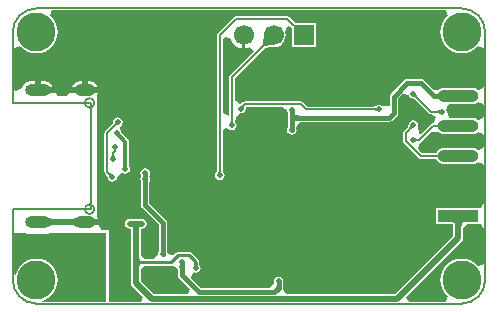
<source format=gbl>
G04*
G04 #@! TF.GenerationSoftware,Altium Limited,Altium Designer,18.1.9 (240)*
G04*
G04 Layer_Physical_Order=2*
G04 Layer_Color=16711680*
%FSLAX25Y25*%
%MOIN*%
G70*
G01*
G75*
%ADD10C,0.01000*%
%ADD13C,0.02000*%
%ADD15C,0.00600*%
%ADD18C,0.00500*%
%ADD28O,0.13780X0.04016*%
%ADD29R,0.13780X0.04016*%
%ADD63C,0.01500*%
%ADD64C,0.01200*%
%ADD66O,0.08661X0.03937*%
%ADD67O,0.07087X0.03937*%
%ADD68R,0.06693X0.06693*%
%ADD69C,0.06693*%
%ADD70C,0.01968*%
%ADD71C,0.12992*%
G36*
X93790Y93139D02*
X94012Y92950D01*
X94110Y92881D01*
X94199Y92828D01*
X94279Y92793D01*
X94351Y92775D01*
X94414Y92774D01*
X94468Y92790D01*
X94514Y92822D01*
X93678Y91986D01*
X93710Y92032D01*
X93726Y92086D01*
X93725Y92149D01*
X93707Y92221D01*
X93672Y92301D01*
X93619Y92390D01*
X93550Y92488D01*
X93464Y92595D01*
X93241Y92835D01*
X93665Y93259D01*
X93790Y93139D01*
D02*
G37*
G36*
X145060Y96000D02*
X144564Y95593D01*
X143678Y94513D01*
X143019Y93280D01*
X142613Y91942D01*
X142476Y90551D01*
X142613Y89160D01*
X143019Y87823D01*
X143678Y86590D01*
X144564Y85509D01*
X145645Y84623D01*
X146878Y83964D01*
X148215Y83558D01*
X149606Y83421D01*
X150997Y83558D01*
X152335Y83964D01*
X153568Y84623D01*
X154648Y85509D01*
X155000Y85938D01*
X157000Y85222D01*
Y72067D01*
X155968Y71483D01*
X155000Y71258D01*
X154697Y71491D01*
X154063Y71753D01*
X153382Y71843D01*
X143618D01*
X142937Y71753D01*
X142303Y71491D01*
X141758Y71073D01*
X140695Y71332D01*
X139787Y71660D01*
X136973Y74473D01*
X136527Y74772D01*
X136000Y74876D01*
X131500D01*
X130973Y74772D01*
X130527Y74473D01*
X126027Y69973D01*
X125728Y69527D01*
X125624Y69000D01*
Y66064D01*
X125399Y65859D01*
X125017Y65765D01*
X124305Y65755D01*
X123142Y65912D01*
X123142Y65912D01*
X122618Y66262D01*
X122000Y66385D01*
X122000Y66385D01*
X121799Y66344D01*
X121382Y66262D01*
X121382Y66262D01*
X120927Y65958D01*
X120847Y65926D01*
X120785Y65867D01*
X120740Y65828D01*
X120697Y65797D01*
X120659Y65773D01*
X120623Y65755D01*
X120591Y65741D01*
X120561Y65731D01*
X120532Y65725D01*
X120502Y65721D01*
X120443Y65718D01*
X120377Y65687D01*
X98111D01*
X96649Y67149D01*
X96351Y67348D01*
X96000Y67418D01*
X92200D01*
X92200Y67418D01*
X92200Y67418D01*
X89797Y67418D01*
X78481D01*
X77500Y67418D01*
X77466Y67411D01*
Y67411D01*
X77466Y67411D01*
X77466Y67411D01*
X77149Y67348D01*
X77104Y67318D01*
D01*
X76759Y67109D01*
X76759Y67109D01*
X75767Y66685D01*
X74369Y67480D01*
X73918Y67919D01*
Y75120D01*
X83788Y84991D01*
X83846Y85008D01*
X83960Y85101D01*
X84075Y85166D01*
X84251Y85237D01*
X84483Y85307D01*
X84771Y85368D01*
X85098Y85418D01*
X86438Y85503D01*
X86968Y85504D01*
X87007Y85520D01*
X88030Y85655D01*
X88990Y86053D01*
X89815Y86685D01*
X90447Y87510D01*
X90845Y88470D01*
X90980Y89500D01*
X90845Y90530D01*
X91312Y92299D01*
X91598Y92566D01*
X91768Y92541D01*
X92558Y92193D01*
X93037Y91881D01*
X93054Y91854D01*
Y85553D01*
X100946D01*
Y93446D01*
X94646D01*
X94619Y93463D01*
X94565Y93451D01*
X94514Y93472D01*
X94453Y93446D01*
X94434Y93446D01*
X94410Y93463D01*
X94226Y93620D01*
X94117Y93726D01*
X94043Y93755D01*
X93399Y94398D01*
Y94398D01*
X92149Y95649D01*
X92120Y95668D01*
X92120Y95668D01*
X91851Y95848D01*
X91534Y95911D01*
X91534Y95911D01*
X91500Y95918D01*
X89537Y95918D01*
X76463D01*
X75209Y95918D01*
X75209Y95918D01*
X75208D01*
X75208Y95918D01*
X74500Y95918D01*
X74500Y95918D01*
X74149Y95848D01*
X73880Y95668D01*
Y95668D01*
X73851Y95649D01*
X69739Y91537D01*
X68351Y90149D01*
X68332Y90120D01*
X68332Y90120D01*
X68152Y89851D01*
X68089Y89534D01*
X68089Y89534D01*
X68082Y89500D01*
X68082Y88814D01*
X68082Y88813D01*
X68082Y87537D01*
Y60028D01*
X68082Y58028D01*
X68082D01*
Y58028D01*
X68082D01*
Y46191D01*
X68045Y44207D01*
X68045Y44207D01*
X67843Y43892D01*
X67839Y43881D01*
X67508Y43357D01*
X67508Y43357D01*
X67508Y43357D01*
X67425Y42940D01*
X67424Y42937D01*
X67424Y42937D01*
X67385Y42739D01*
X67385Y42739D01*
X67508Y42121D01*
X67744Y41767D01*
X67858Y41597D01*
X67858Y41597D01*
X68320Y41288D01*
X68382Y41247D01*
X68568Y41210D01*
Y41210D01*
X68583Y41207D01*
X69000Y41124D01*
X69000Y41124D01*
X69618Y41247D01*
X69972Y41483D01*
X70142Y41597D01*
X70142Y41597D01*
X70492Y42121D01*
X70492Y42121D01*
X70532Y42322D01*
X70615Y42739D01*
X70615Y42739D01*
X70576Y42937D01*
X70492Y43357D01*
X70492Y43357D01*
X70492Y43357D01*
X70161Y43881D01*
X70157Y43892D01*
X70069Y44029D01*
X69955Y44207D01*
X69955Y44207D01*
X69918Y46191D01*
Y57631D01*
X70082Y57690D01*
X71551Y58217D01*
X71918Y58287D01*
X72320Y58018D01*
X72382Y57977D01*
X72382D01*
X73000Y57854D01*
X73000Y57854D01*
X73618Y57977D01*
X73618Y57977D01*
X73972Y58213D01*
X74142Y58327D01*
X74142Y58327D01*
X74492Y58851D01*
X74492Y58851D01*
X74532Y59052D01*
X74615Y59469D01*
X74615Y59469D01*
X74576Y59667D01*
X74576Y59667D01*
X74575Y59670D01*
X74492Y60087D01*
X74492Y60087D01*
X74492Y60088D01*
X74161Y60611D01*
X74157Y60622D01*
X74149Y60634D01*
X74300Y61663D01*
X74601Y62653D01*
X75918Y63401D01*
X76000Y63385D01*
X76618Y63508D01*
X77142Y63858D01*
X77492Y64382D01*
X77599Y64918D01*
X77634Y64997D01*
X77635Y65083D01*
X77640Y65142D01*
X77648Y65194D01*
X77658Y65239D01*
X77670Y65277D01*
X77683Y65309D01*
X77698Y65338D01*
X77714Y65363D01*
X77732Y65386D01*
X77760Y65418D01*
X77772Y65430D01*
Y65430D01*
X77797Y65499D01*
X77880Y65582D01*
X78814D01*
X89580Y65582D01*
X91385Y64524D01*
X91508Y63906D01*
X91624Y63732D01*
Y62143D01*
X91613Y62127D01*
X91624Y62075D01*
Y61925D01*
X91613Y61873D01*
X91624Y61857D01*
Y58792D01*
X91508Y58618D01*
X91508Y58618D01*
X91385Y58000D01*
X91385Y58000D01*
X91508Y57382D01*
X91744Y57028D01*
X91858Y56858D01*
X91858Y56858D01*
X92320Y56549D01*
X92382Y56508D01*
X92568Y56471D01*
Y56471D01*
X92583Y56468D01*
X93000Y56385D01*
X93000Y56385D01*
X93618Y56508D01*
X93972Y56744D01*
X94142Y56858D01*
X94142Y56858D01*
X94142Y56858D01*
X94492Y57382D01*
X94492Y57382D01*
X94532Y57583D01*
X94615Y58000D01*
X94615Y58000D01*
X94575Y58201D01*
X94492Y58618D01*
X94492Y58618D01*
X95377Y60252D01*
X95963Y60624D01*
X125500D01*
X126027Y60728D01*
X126473Y61027D01*
X127973Y62527D01*
X128272Y62973D01*
X128376Y63500D01*
Y68430D01*
X129992Y70045D01*
X130085Y70043D01*
X131973Y69394D01*
X132068Y69292D01*
X132358Y68858D01*
X132882Y68508D01*
X132882Y68508D01*
X133083Y68468D01*
X133418Y68401D01*
X133497Y68367D01*
X133583Y68365D01*
X133642Y68360D01*
X133694Y68352D01*
X133739Y68342D01*
X133777Y68330D01*
X133809Y68317D01*
X133837Y68302D01*
X133863Y68287D01*
X133886Y68269D01*
X133930Y68229D01*
X133999Y68204D01*
X137463Y64739D01*
X138851Y63351D01*
X138851Y63351D01*
X138880Y63332D01*
X138880Y63332D01*
X139149Y63152D01*
X139466Y63089D01*
X141023Y62152D01*
X140388Y60416D01*
X140199Y60128D01*
X140179Y60123D01*
X140179Y60123D01*
X139861Y60060D01*
X139593Y59881D01*
X139593Y59881D01*
X139564Y59861D01*
X138175Y58473D01*
X136118Y56416D01*
X135635Y56616D01*
X135387Y57051D01*
X134992Y58882D01*
X134992Y58882D01*
X135115Y59500D01*
X135115Y59500D01*
X135115Y59500D01*
X135075Y59701D01*
X134992Y60118D01*
X134642Y60642D01*
X134642Y60642D01*
X134118Y60992D01*
X134118Y60992D01*
X134045Y61007D01*
X134045Y61007D01*
X133917Y61032D01*
X133500Y61115D01*
X133500Y61115D01*
X133299Y61075D01*
X132882Y60992D01*
X132882Y60992D01*
X132358Y60642D01*
X132358Y60642D01*
X132008Y60118D01*
X132008Y60118D01*
X131993Y60045D01*
X131901Y59582D01*
X131867Y59503D01*
X131865Y59417D01*
X131860Y59358D01*
X131852Y59306D01*
X131842Y59261D01*
X131830Y59223D01*
X131817Y59191D01*
X131802Y59162D01*
X131786Y59137D01*
X131768Y59114D01*
X131728Y59070D01*
X131703Y59001D01*
X130351Y57649D01*
X130332Y57620D01*
X130332Y57620D01*
X130152Y57351D01*
X130089Y57034D01*
X130089Y57034D01*
X130082Y57000D01*
X130082Y55665D01*
X130082Y54331D01*
X130089Y54297D01*
X130089Y54297D01*
X130152Y53980D01*
X130152Y53979D01*
X130351Y53682D01*
X132124Y51909D01*
X132124D01*
X134081Y49952D01*
X135469Y48564D01*
X135469Y48564D01*
X135498Y48544D01*
X135498Y48544D01*
X135767Y48365D01*
X136084Y48302D01*
X136118Y48295D01*
X140958D01*
X141030Y48263D01*
X141140Y48261D01*
X141191Y48257D01*
X141340Y47897D01*
X141758Y47353D01*
X142303Y46935D01*
X142937Y46672D01*
X143618Y46582D01*
X153382D01*
X154063Y46672D01*
X154697Y46935D01*
X155000Y47167D01*
X155968Y46942D01*
X157000Y46359D01*
Y33402D01*
X155990Y31820D01*
X141010D01*
Y26605D01*
X146391D01*
X146432Y26583D01*
X146545Y26571D01*
X146566Y26564D01*
X146585Y26551D01*
X146619Y26514D01*
X146668Y26433D01*
X146723Y26297D01*
X146774Y26105D01*
X146815Y25859D01*
X146841Y25562D01*
X146851Y25200D01*
X146869Y25160D01*
Y22676D01*
X127324Y3131D01*
X91189D01*
X90960Y3329D01*
X90130Y4940D01*
X90125Y5131D01*
X90221Y5618D01*
X90099Y6236D01*
X90099Y6236D01*
X89983Y6410D01*
Y6708D01*
X90099Y6882D01*
X90221Y7500D01*
X90099Y8118D01*
X89748Y8642D01*
X89224Y8992D01*
X88606Y9115D01*
X87988Y8992D01*
X87464Y8642D01*
X87114Y8118D01*
X86991Y7500D01*
X87082Y7041D01*
X86129Y5446D01*
X85030Y5226D01*
X62703D01*
X59335Y8594D01*
X59386Y8820D01*
X60370Y10508D01*
X60370D01*
X60988Y10385D01*
X60988Y10385D01*
X61606Y10508D01*
X61606Y10508D01*
X61960Y10744D01*
X62130Y10858D01*
X62130Y10858D01*
X62480Y11382D01*
X62480Y11382D01*
X62520Y11583D01*
X62603Y12000D01*
X62603Y12000D01*
X62563Y12201D01*
X62480Y12618D01*
X62480Y12618D01*
X62193Y13048D01*
X62191Y13054D01*
X62189Y13065D01*
X62187Y13088D01*
X62182Y13096D01*
X62181Y13105D01*
X62172Y13118D01*
X62171Y13121D01*
X62164Y13142D01*
X62157Y13177D01*
X62151Y13217D01*
X62139Y13363D01*
X62137Y13450D01*
X62110Y13514D01*
Y13974D01*
X62024Y14403D01*
X61781Y14767D01*
X61781Y14767D01*
X59671Y16877D01*
X59307Y17120D01*
X58877Y17206D01*
X58877Y17206D01*
X55084D01*
X55084Y17206D01*
X54655Y17120D01*
X54291Y16877D01*
X53568Y16154D01*
X52795Y16291D01*
X51527Y16942D01*
X51492Y17118D01*
X51376Y17292D01*
Y26987D01*
X51376Y26987D01*
X51272Y27514D01*
X50973Y27960D01*
X50973Y27960D01*
X45551Y33382D01*
Y40708D01*
X45667Y40882D01*
X45790Y41500D01*
X45667Y42118D01*
X45551Y42292D01*
Y42708D01*
X45667Y42882D01*
X45790Y43500D01*
X45667Y44118D01*
X45317Y44642D01*
X44793Y44992D01*
X44175Y45115D01*
X43557Y44992D01*
X43033Y44642D01*
X42682Y44118D01*
X42559Y43500D01*
X42682Y42882D01*
X42798Y42708D01*
Y42292D01*
X42682Y42118D01*
X42559Y41500D01*
X42682Y40882D01*
X42798Y40708D01*
Y32812D01*
X42903Y32285D01*
X43202Y31839D01*
X48624Y26417D01*
Y17292D01*
X48508Y17118D01*
X48385Y16500D01*
X47047Y15056D01*
X46814Y14924D01*
X43936D01*
X43870Y14952D01*
X42645Y16374D01*
X42631Y16400D01*
Y24987D01*
X43000D01*
X43624Y25112D01*
X44153Y25465D01*
X44507Y25995D01*
X44631Y26619D01*
X44507Y27243D01*
X44153Y27772D01*
X43624Y28126D01*
X43000Y28250D01*
X39000D01*
X38376Y28126D01*
X37846Y27772D01*
X37493Y27243D01*
X37369Y26619D01*
X37493Y25995D01*
X37846Y25465D01*
X38376Y25112D01*
X39000Y24987D01*
X39369D01*
Y13900D01*
X39355Y13874D01*
X39369Y13826D01*
Y13780D01*
X39355Y13731D01*
X39369Y13705D01*
Y7000D01*
X39493Y6376D01*
X39847Y5847D01*
X43345Y2348D01*
X42580Y500D01*
X32000D01*
Y24500D01*
X29732D01*
X29377Y24791D01*
X28483Y26489D01*
X28519Y26764D01*
X24016D01*
Y27764D01*
X28519D01*
X28483Y28039D01*
X28000Y29487D01*
X28000Y29487D01*
X28000D01*
X28000Y29487D01*
Y69213D01*
X28000Y69213D01*
X28483Y70386D01*
X28483Y70386D01*
X28519Y70661D01*
X24016D01*
X19099D01*
X18303Y69516D01*
X17870Y69213D01*
X15201D01*
X14767Y69516D01*
X13971Y70661D01*
X8268D01*
Y71161D01*
X7768D01*
Y74155D01*
X5906D01*
X5131Y74054D01*
X4408Y73754D01*
X3788Y73279D01*
X3312Y72658D01*
X3013Y71936D01*
X1034Y71029D01*
X500Y71196D01*
Y85198D01*
X2500Y85914D01*
X2832Y85509D01*
X3913Y84623D01*
X5145Y83964D01*
X6483Y83558D01*
X7874Y83421D01*
X9265Y83558D01*
X10603Y83964D01*
X11835Y84623D01*
X12916Y85509D01*
X13803Y86590D01*
X14462Y87823D01*
X14867Y89160D01*
X15004Y90551D01*
X14867Y91942D01*
X14462Y93280D01*
X13803Y94513D01*
X12916Y95593D01*
X12420Y96000D01*
X13136Y98000D01*
X144344D01*
X145060Y96000D01*
D02*
G37*
G36*
X86967Y86154D02*
X86416Y86152D01*
X85029Y86065D01*
X84654Y86007D01*
X84323Y85936D01*
X84035Y85851D01*
X83792Y85752D01*
X83592Y85638D01*
X83436Y85511D01*
X83011Y85936D01*
X83139Y86092D01*
X83252Y86291D01*
X83351Y86535D01*
X83436Y86823D01*
X83507Y87154D01*
X83565Y87529D01*
X83637Y88410D01*
X83654Y89467D01*
X86967Y86154D01*
D02*
G37*
G36*
X77500Y85182D02*
X78135Y85265D01*
X79192Y85703D01*
X80286Y84083D01*
X73739Y77537D01*
X72806Y76604D01*
X72806Y76603D01*
X72351Y76149D01*
X72332Y76120D01*
X72332Y76120D01*
X72152Y75851D01*
X72089Y75534D01*
X72089Y75534D01*
X72082Y75500D01*
X72082Y74857D01*
X72082Y74856D01*
X72082Y73537D01*
Y62922D01*
X72076Y62585D01*
X71918Y62479D01*
X69918Y63542D01*
Y88119D01*
X70730Y88928D01*
X71962Y88672D01*
X72881Y88087D01*
X73203Y87308D01*
X73900Y86400D01*
X74808Y85703D01*
X75865Y85265D01*
X76500Y85182D01*
Y89500D01*
X77500D01*
Y85182D01*
D02*
G37*
G36*
X134486Y69884D02*
X134495Y69782D01*
X134510Y69684D01*
X134531Y69592D01*
X134559Y69503D01*
X134593Y69420D01*
X134633Y69341D01*
X134680Y69267D01*
X134733Y69197D01*
X134793Y69132D01*
X134368Y68708D01*
X134303Y68767D01*
X134233Y68821D01*
X134159Y68867D01*
X134080Y68908D01*
X133997Y68942D01*
X133909Y68969D01*
X133816Y68991D01*
X133719Y69006D01*
X133616Y69014D01*
X133510Y69016D01*
X134484Y69990D01*
X134486Y69884D01*
D02*
G37*
G36*
X142123Y67902D02*
X142105Y68009D01*
X142050Y68104D01*
X141958Y68188D01*
X141829Y68261D01*
X141664Y68322D01*
X141462Y68373D01*
X141224Y68412D01*
X140948Y68440D01*
X140287Y68463D01*
Y69963D01*
X140636Y69968D01*
X141224Y70013D01*
X141462Y70052D01*
X141664Y70103D01*
X141829Y70164D01*
X141958Y70237D01*
X142050Y70321D01*
X142105Y70416D01*
X142123Y70523D01*
Y67902D01*
D02*
G37*
G36*
X77293Y65868D02*
X77233Y65803D01*
X77180Y65733D01*
X77133Y65659D01*
X77093Y65580D01*
X77059Y65497D01*
X77031Y65409D01*
X77010Y65316D01*
X76995Y65219D01*
X76986Y65117D01*
X76984Y65010D01*
X76010Y65984D01*
X76117Y65986D01*
X76218Y65995D01*
X76316Y66010D01*
X76409Y66031D01*
X76497Y66059D01*
X76580Y66093D01*
X76659Y66133D01*
X76733Y66180D01*
X76803Y66233D01*
X76868Y66293D01*
X77293Y65868D01*
D02*
G37*
G36*
X121297Y64080D02*
X121220Y64154D01*
X121142Y64220D01*
X121063Y64279D01*
X120982Y64329D01*
X120900Y64372D01*
X120817Y64407D01*
X120733Y64434D01*
X120647Y64454D01*
X120560Y64465D01*
X120472Y64469D01*
Y65069D01*
X120560Y65073D01*
X120647Y65085D01*
X120733Y65104D01*
X120817Y65131D01*
X120900Y65166D01*
X120982Y65209D01*
X121063Y65260D01*
X121142Y65318D01*
X121220Y65384D01*
X121297Y65458D01*
Y64080D01*
D02*
G37*
G36*
X142297Y63311D02*
X142220Y63385D01*
X142142Y63451D01*
X142063Y63509D01*
X141982Y63560D01*
X141900Y63603D01*
X141817Y63638D01*
X141733Y63665D01*
X141647Y63684D01*
X141560Y63696D01*
X141472Y63700D01*
Y64300D01*
X141560Y64304D01*
X141647Y64316D01*
X141733Y64335D01*
X141817Y64362D01*
X141900Y64397D01*
X141982Y64440D01*
X142063Y64491D01*
X142142Y64549D01*
X142220Y64615D01*
X142297Y64689D01*
Y63311D01*
D02*
G37*
G36*
X155968Y66942D02*
X157000Y66359D01*
Y62067D01*
X155968Y61483D01*
X155000Y61258D01*
X154697Y61491D01*
X154063Y61753D01*
X153382Y61843D01*
X145870D01*
X145393Y62376D01*
X144584Y63843D01*
X144615Y64000D01*
X144492Y64618D01*
X145231Y66387D01*
X145402Y66582D01*
X153382D01*
X154063Y66672D01*
X154697Y66935D01*
X155000Y67167D01*
X155968Y66942D01*
D02*
G37*
G36*
X73304Y60909D02*
X73316Y60822D01*
X73335Y60736D01*
X73362Y60652D01*
X73397Y60569D01*
X73440Y60487D01*
X73491Y60406D01*
X73549Y60327D01*
X73615Y60249D01*
X73689Y60172D01*
X72311D01*
X72385Y60249D01*
X72451Y60327D01*
X72509Y60406D01*
X72560Y60487D01*
X72603Y60569D01*
X72638Y60652D01*
X72665Y60736D01*
X72684Y60822D01*
X72696Y60909D01*
X72700Y60997D01*
X73300D01*
X73304Y60909D01*
D02*
G37*
G36*
X93765Y63965D02*
X93810Y63710D01*
X93885Y63485D01*
X93990Y63290D01*
X94125Y63125D01*
X94290Y62990D01*
X94485Y62885D01*
X94710Y62810D01*
X94965Y62765D01*
X95250Y62750D01*
Y61250D01*
X94965Y61235D01*
X94710Y61190D01*
X94485Y61115D01*
X94290Y61010D01*
X94125Y60875D01*
X93990Y60710D01*
X93885Y60515D01*
X93810Y60290D01*
X93765Y60035D01*
X93750Y59750D01*
X92250Y62000D01*
X93750Y64250D01*
X93765Y63965D01*
D02*
G37*
G36*
X141717Y58617D02*
X141711Y58673D01*
X141691Y58723D01*
X141657Y58768D01*
X141610Y58806D01*
X141549Y58839D01*
X141475Y58865D01*
X141388Y58886D01*
X141287Y58901D01*
X141172Y58910D01*
X141044Y58913D01*
Y59513D01*
X141172Y59516D01*
X141287Y59524D01*
X141388Y59539D01*
X141475Y59560D01*
X141549Y59587D01*
X141610Y59619D01*
X141657Y59657D01*
X141691Y59702D01*
X141711Y59752D01*
X141717Y59808D01*
Y58617D01*
D02*
G37*
G36*
X133490Y58516D02*
X133384Y58514D01*
X133282Y58505D01*
X133184Y58490D01*
X133091Y58469D01*
X133003Y58441D01*
X132920Y58407D01*
X132841Y58367D01*
X132766Y58320D01*
X132697Y58267D01*
X132632Y58207D01*
X132207Y58632D01*
X132267Y58697D01*
X132320Y58767D01*
X132367Y58841D01*
X132407Y58920D01*
X132441Y59003D01*
X132469Y59091D01*
X132490Y59184D01*
X132505Y59281D01*
X132514Y59383D01*
X132516Y59490D01*
X133490Y58516D01*
D02*
G37*
G36*
X134280Y55115D02*
X134358Y55049D01*
X134437Y54991D01*
X134518Y54940D01*
X134600Y54898D01*
X134683Y54863D01*
X134767Y54835D01*
X134853Y54816D01*
X134940Y54804D01*
X135028Y54800D01*
Y54200D01*
X134940Y54196D01*
X134853Y54185D01*
X134767Y54165D01*
X134683Y54138D01*
X134600Y54103D01*
X134518Y54060D01*
X134437Y54010D01*
X134358Y53951D01*
X134280Y53885D01*
X134203Y53811D01*
Y55189D01*
X134280Y55115D01*
D02*
G37*
G36*
X142303Y56935D02*
X142937Y56672D01*
X143618Y56582D01*
X153382D01*
X154063Y56672D01*
X154697Y56935D01*
X155000Y57167D01*
X155968Y56942D01*
X157000Y56359D01*
Y52067D01*
X155968Y51483D01*
X155000Y51258D01*
X154697Y51491D01*
X154063Y51753D01*
X153382Y51843D01*
X143618D01*
X142937Y51753D01*
X142303Y51491D01*
X141758Y51073D01*
X141340Y50528D01*
X141191Y50168D01*
X141140Y50164D01*
X141030Y50162D01*
X140958Y50130D01*
X136498D01*
X135262Y51367D01*
X135070Y51908D01*
X135070Y51939D01*
X135263Y52678D01*
X135812Y53645D01*
X135852Y53653D01*
X136149Y53851D01*
X139474Y57176D01*
X139787Y57297D01*
X141758Y57353D01*
X142303Y56935D01*
D02*
G37*
G36*
X141717Y48617D02*
X141711Y48673D01*
X141691Y48724D01*
X141657Y48768D01*
X141610Y48806D01*
X141549Y48839D01*
X141475Y48865D01*
X141388Y48886D01*
X141287Y48901D01*
X141172Y48910D01*
X141044Y48913D01*
Y49513D01*
X141172Y49516D01*
X141287Y49524D01*
X141388Y49539D01*
X141475Y49560D01*
X141549Y49586D01*
X141610Y49619D01*
X141657Y49657D01*
X141691Y49702D01*
X141711Y49752D01*
X141717Y49808D01*
Y48617D01*
D02*
G37*
G36*
X69304Y44179D02*
X69316Y44092D01*
X69335Y44006D01*
X69362Y43922D01*
X69397Y43839D01*
X69440Y43757D01*
X69491Y43676D01*
X69549Y43597D01*
X69615Y43519D01*
X69689Y43442D01*
X68311D01*
X68385Y43519D01*
X68451Y43597D01*
X68509Y43676D01*
X68560Y43757D01*
X68603Y43839D01*
X68638Y43922D01*
X68665Y44006D01*
X68684Y44092D01*
X68696Y44179D01*
X68700Y44267D01*
X69300D01*
X69304Y44179D01*
D02*
G37*
G36*
X21454Y25555D02*
X21261Y25690D01*
X21050Y25810D01*
X20822Y25916D01*
X20577Y26008D01*
X20314Y26087D01*
X20034Y26150D01*
X19737Y26200D01*
X19423Y26235D01*
X18742Y26264D01*
Y28264D01*
X19091Y28271D01*
X19737Y28328D01*
X20034Y28377D01*
X20314Y28441D01*
X20577Y28519D01*
X20822Y28611D01*
X21050Y28717D01*
X21261Y28838D01*
X21454Y28973D01*
Y25555D01*
D02*
G37*
G36*
X11810Y28838D02*
X12021Y28717D01*
X12249Y28611D01*
X12494Y28519D01*
X12757Y28441D01*
X13036Y28377D01*
X13334Y28328D01*
X13648Y28292D01*
X14329Y28264D01*
Y26264D01*
X13980Y26257D01*
X13334Y26200D01*
X13036Y26150D01*
X12757Y26087D01*
X12494Y26008D01*
X12249Y25916D01*
X12021Y25810D01*
X11810Y25690D01*
X11617Y25555D01*
Y28973D01*
X11810Y28838D01*
D02*
G37*
G36*
X150310Y27209D02*
X150140Y27148D01*
X149990Y27048D01*
X149860Y26907D01*
X149750Y26726D01*
X149660Y26504D01*
X149590Y26243D01*
X149540Y25941D01*
X149510Y25599D01*
X149500Y25217D01*
X147500D01*
X147490Y25599D01*
X147460Y25941D01*
X147410Y26243D01*
X147340Y26504D01*
X147250Y26726D01*
X147140Y26907D01*
X147010Y27048D01*
X146860Y27148D01*
X146690Y27209D01*
X146500Y27229D01*
X150500D01*
X150310Y27209D01*
D02*
G37*
G36*
X31000Y500D02*
X9733D01*
X9659Y1000D01*
X10603Y1286D01*
X11835Y1945D01*
X12916Y2832D01*
X13803Y3913D01*
X14462Y5145D01*
X14867Y6483D01*
X15004Y7874D01*
X14867Y9265D01*
X14462Y10603D01*
X13803Y11835D01*
X12916Y12916D01*
X11835Y13803D01*
X10603Y14462D01*
X9265Y14867D01*
X7874Y15004D01*
X6483Y14867D01*
X5145Y14462D01*
X3913Y13803D01*
X2832Y12916D01*
X1945Y11835D01*
X1286Y10603D01*
X1000Y9659D01*
X500Y9733D01*
Y23500D01*
X4165D01*
X4824Y23227D01*
X5906Y23085D01*
X10630D01*
X11711Y23227D01*
X12370Y23500D01*
X31000D01*
Y500D01*
D02*
G37*
G36*
X61490Y13332D02*
X61505Y13141D01*
X61518Y13057D01*
X61535Y12979D01*
X61556Y12910D01*
X61581Y12847D01*
X61609Y12792D01*
X61641Y12744D01*
X61677Y12703D01*
X60299D01*
X60335Y12744D01*
X60367Y12792D01*
X60395Y12847D01*
X60420Y12910D01*
X60441Y12979D01*
X60458Y13057D01*
X60471Y13141D01*
X60480Y13233D01*
X60488Y13438D01*
X61488D01*
X61490Y13332D01*
D02*
G37*
G36*
X53537Y12530D02*
X53995Y12300D01*
X54703Y11868D01*
X54979Y11583D01*
X54996Y11500D01*
X55111Y11327D01*
Y9495D01*
X55216Y8968D01*
X55515Y8522D01*
X59057Y4979D01*
X58292Y3131D01*
X47176D01*
X42631Y7676D01*
Y11205D01*
X42645Y11231D01*
X43870Y12653D01*
X43936Y12681D01*
X52803D01*
X52803Y12681D01*
X52951Y12711D01*
X53537Y12530D01*
D02*
G37*
G36*
X155990Y26605D02*
X157000Y25023D01*
Y13203D01*
X155000Y12487D01*
X154648Y12916D01*
X153568Y13803D01*
X152335Y14462D01*
X150997Y14867D01*
X149606Y15004D01*
X148215Y14867D01*
X146878Y14462D01*
X145645Y13803D01*
X144564Y12916D01*
X143678Y11835D01*
X143019Y10603D01*
X142613Y9265D01*
X142476Y7874D01*
X142613Y6483D01*
X143019Y5145D01*
X143678Y3913D01*
X144564Y2832D01*
X144969Y2500D01*
X144253Y500D01*
X131920D01*
X131155Y2348D01*
X149653Y20846D01*
X150007Y21376D01*
X150131Y22000D01*
Y24802D01*
X151471Y26605D01*
X155990D01*
D02*
G37*
G36*
X42010Y15923D02*
X42040Y15583D01*
X42090Y15283D01*
X42160Y15023D01*
X42250Y14803D01*
X42360Y14623D01*
X42490Y14483D01*
X42640Y14383D01*
X42793Y14329D01*
X43493Y14305D01*
X43866Y14303D01*
Y13303D01*
X43493Y13301D01*
X42715Y13249D01*
X42640Y13223D01*
X42490Y13123D01*
X42360Y12983D01*
X42250Y12803D01*
X42160Y12583D01*
X42090Y12323D01*
X42040Y12023D01*
X42010Y11683D01*
X42000Y11303D01*
X40000Y13803D01*
X42000Y16303D01*
X42010Y15923D01*
D02*
G37*
%LPC*%
G36*
X25591Y74155D02*
X24516D01*
Y71661D01*
X28519D01*
X28483Y71936D01*
X28183Y72658D01*
X27708Y73279D01*
X27088Y73754D01*
X26366Y74054D01*
X25591Y74155D01*
D02*
G37*
G36*
X23516D02*
X22441D01*
X21666Y74054D01*
X20944Y73754D01*
X20324Y73279D01*
X19848Y72658D01*
X19549Y71936D01*
X19513Y71661D01*
X23516D01*
Y74155D01*
D02*
G37*
G36*
X10630D02*
X8768D01*
Y71661D01*
X13558D01*
X13522Y71936D01*
X13223Y72658D01*
X12747Y73279D01*
X12127Y73754D01*
X11405Y74054D01*
X10630Y74155D01*
D02*
G37*
G36*
X35000Y62115D02*
X34799Y62075D01*
X34382Y61992D01*
X34382Y61992D01*
X33858Y61642D01*
X33858Y61642D01*
X33508Y61118D01*
X33508Y61118D01*
X33493Y61045D01*
X33401Y60582D01*
X33367Y60503D01*
X33365Y60417D01*
X33360Y60358D01*
X33352Y60306D01*
X33342Y60261D01*
X32074Y58872D01*
X30847Y57645D01*
X30648Y57347D01*
X30585Y57030D01*
X30585Y57030D01*
X30578Y56996D01*
X30578Y55033D01*
Y51913D01*
X30578D01*
X30578Y51913D01*
Y47367D01*
X30578Y47367D01*
X30578D01*
Y45997D01*
X30578Y44033D01*
X30585Y43999D01*
X30585Y43999D01*
X30648Y43682D01*
X30828Y43413D01*
X30828Y43413D01*
X30847Y43385D01*
X30936Y43296D01*
X31198Y43011D01*
X31571Y42408D01*
X31571Y42406D01*
X31573Y42320D01*
X31607Y42241D01*
X31714Y41705D01*
X31714Y41705D01*
X32023Y41243D01*
X32064Y41181D01*
X32064D01*
X32418Y40944D01*
X32588Y40830D01*
X32588Y40830D01*
X33206Y40707D01*
X33207Y40707D01*
X33408Y40748D01*
X33825Y40830D01*
X33825Y40830D01*
X33825Y40830D01*
X34349Y41181D01*
X34349Y41181D01*
X34463Y41351D01*
X34699Y41705D01*
X34699Y41705D01*
X34714Y41778D01*
X34822Y42323D01*
X35976Y43589D01*
X36681Y43537D01*
X36882Y43508D01*
X37500Y43385D01*
X37500Y43385D01*
X37701Y43425D01*
X38118Y43508D01*
X38118Y43508D01*
X38472Y43744D01*
X38642Y43858D01*
X38642Y43858D01*
X38992Y44382D01*
X39115Y45000D01*
X39115Y45000D01*
X39075Y45201D01*
X38992Y45618D01*
X38992Y45618D01*
X38777Y45940D01*
X38778Y45941D01*
X38776Y45949D01*
X38776Y45954D01*
X38771Y45969D01*
X38770Y45973D01*
X38769Y45984D01*
X38750Y46282D01*
X38749Y46376D01*
X38723Y46437D01*
Y53881D01*
X38630Y54349D01*
X38365Y54746D01*
X36485Y56626D01*
X36460Y56688D01*
X36388Y56761D01*
X36276Y56882D01*
X36202Y56970D01*
X36190Y56988D01*
X36187Y56992D01*
X36180Y57006D01*
X36176Y57008D01*
X36172Y57016D01*
X36171Y57016D01*
X36108Y57333D01*
X36096Y57396D01*
X36096Y57396D01*
X35840Y58261D01*
X36142Y59358D01*
X36162Y59387D01*
X36378Y59711D01*
X36492Y59882D01*
Y59882D01*
X36615Y60500D01*
X36615Y60500D01*
X36492Y61118D01*
X36492Y61118D01*
X36142Y61642D01*
X36142Y61642D01*
X35618Y61992D01*
X35618Y61992D01*
X35545Y62007D01*
X35545Y62007D01*
X35417Y62032D01*
X35000Y62115D01*
X35000Y62115D01*
D02*
G37*
%LPD*%
G36*
X34990Y59516D02*
X34883Y59514D01*
X34782Y59505D01*
X34684Y59490D01*
X34591Y59469D01*
X34503Y59441D01*
X34420Y59407D01*
X34341Y59367D01*
X34266Y59320D01*
X34197Y59267D01*
X34132Y59207D01*
X33707Y59632D01*
X33767Y59697D01*
X33820Y59767D01*
X33867Y59841D01*
X33907Y59920D01*
X33941Y60003D01*
X33969Y60091D01*
X33990Y60184D01*
X34005Y60281D01*
X34014Y60383D01*
X34016Y60490D01*
X34990Y59516D01*
D02*
G37*
G36*
X35591Y56740D02*
X35603Y56707D01*
X35624Y56667D01*
X35653Y56622D01*
X35689Y56572D01*
X35788Y56453D01*
X35919Y56312D01*
X35997Y56233D01*
X35148Y55384D01*
X35069Y55462D01*
X34809Y55692D01*
X34759Y55729D01*
X34714Y55757D01*
X34675Y55777D01*
X34641Y55790D01*
X34613Y55793D01*
X35588Y56768D01*
X35591Y56740D01*
D02*
G37*
G36*
X34401Y51262D02*
X34380Y51240D01*
X34361Y51211D01*
X34345Y51175D01*
X34331Y51132D01*
X34320Y51083D01*
X34311Y51027D01*
X34305Y50963D01*
X34300Y50817D01*
X33700D01*
X33699Y50893D01*
X33689Y51027D01*
X33680Y51083D01*
X33669Y51132D01*
X33655Y51175D01*
X33639Y51211D01*
X33620Y51240D01*
X33599Y51262D01*
X33575Y51278D01*
X34425D01*
X34401Y51262D01*
D02*
G37*
G36*
X33684Y49668D02*
X33696Y49581D01*
X33715Y49496D01*
X33742Y49411D01*
X33777Y49328D01*
X33820Y49246D01*
X33871Y49166D01*
X33929Y49086D01*
X33995Y49008D01*
X34069Y48931D01*
X32691D01*
X32765Y49008D01*
X32831Y49086D01*
X32890Y49166D01*
X32940Y49246D01*
X32983Y49328D01*
X33018Y49411D01*
X33045Y49496D01*
X33065Y49581D01*
X33076Y49668D01*
X33080Y49756D01*
X33680D01*
X33684Y49668D01*
D02*
G37*
G36*
X38101Y46260D02*
X38122Y45913D01*
X38132Y45852D01*
X38144Y45800D01*
X38157Y45757D01*
X38172Y45725D01*
X38189Y45703D01*
X36811D01*
X36828Y45725D01*
X36843Y45757D01*
X36856Y45800D01*
X36868Y45852D01*
X36878Y45913D01*
X36892Y46067D01*
X36899Y46260D01*
X36900Y46371D01*
X38100D01*
X38101Y46260D01*
D02*
G37*
G36*
X32403Y43556D02*
X32473Y43503D01*
X32547Y43456D01*
X32626Y43415D01*
X32710Y43381D01*
X32798Y43354D01*
X32891Y43332D01*
X32988Y43318D01*
X33090Y43309D01*
X33197Y43307D01*
X32222Y42333D01*
X32220Y42439D01*
X32212Y42541D01*
X32197Y42639D01*
X32176Y42731D01*
X32148Y42820D01*
X32114Y42903D01*
X32074Y42982D01*
X32027Y43056D01*
X31974Y43126D01*
X31914Y43191D01*
X32338Y43615D01*
X32403Y43556D01*
D02*
G37*
D10*
X60988Y12000D02*
Y13974D01*
X58877Y16084D02*
X60988Y13974D01*
X55084Y16084D02*
X58877D01*
X52803Y13803D02*
X55084Y16084D01*
X41000Y13803D02*
X52803D01*
D13*
X24016Y71161D02*
Y75534D01*
Y71161D02*
X29839D01*
X8268D02*
X24016D01*
X8268D02*
Y76500D01*
X24016Y27264D02*
X30996D01*
X8268D02*
X24016D01*
X41000Y13803D02*
Y26619D01*
Y7000D02*
Y13803D01*
Y7000D02*
X46500Y1500D01*
X128000D02*
X148500Y22000D01*
X46500Y1500D02*
X128000D01*
X41000Y26619D02*
X43000D01*
X39000D02*
X41000D01*
X148500Y22000D02*
Y29213D01*
D15*
X31496Y56996D02*
X35000Y60500D01*
X33380Y48228D02*
Y50197D01*
X34000Y50817D01*
Y52165D01*
X31496Y44033D02*
Y56996D01*
Y44033D02*
X33207Y42323D01*
X73000Y59469D02*
Y75500D01*
X136118Y49213D02*
X148500D01*
X131000Y54331D02*
X136118Y49213D01*
X131000Y54331D02*
Y57000D01*
X139500Y64000D02*
X143000D01*
X133500Y70000D02*
X139500Y64000D01*
X131000Y57000D02*
X133500Y59500D01*
X140213Y59213D02*
X148500D01*
X135500Y54500D02*
X140213Y59213D01*
X133500Y54500D02*
X135500D01*
X69000Y89500D02*
X74500Y95000D01*
X69000Y42739D02*
Y89500D01*
X91500Y95000D02*
X97000Y89500D01*
X74500Y95000D02*
X91500D01*
X73000Y75500D02*
X87000Y89500D01*
X76000Y65000D02*
X77500Y66500D01*
X96000D01*
X97731Y64769D01*
X122000D01*
X149606Y0D02*
G03*
X157480Y7874I0J7874D01*
G01*
X0D02*
G03*
X7874Y0I7874J0D01*
G01*
Y98425D02*
G03*
X0Y90551I0J-7874D01*
G01*
X157480D02*
G03*
X149606Y98425I-7874J0D01*
G01*
X0Y7874D02*
Y31496D01*
Y66929D02*
Y90551D01*
X7874Y98425D02*
X149606Y98425D01*
X157480Y7874D02*
Y90551D01*
X7874Y0D02*
X149606D01*
D18*
X27165Y66929D02*
G03*
X27165Y66929I-1575J0D01*
G01*
Y31496D02*
G03*
X27165Y31496I-1575J0D01*
G01*
X0D02*
X25984D01*
Y66929D01*
X0D02*
X25984D01*
D28*
X148500Y59213D02*
D03*
Y39213D02*
D03*
Y49213D02*
D03*
Y69213D02*
D03*
D29*
Y29213D02*
D03*
D63*
X62133Y3850D02*
X87205D01*
X56488Y9495D02*
X62133Y3850D01*
X56488Y9495D02*
Y12118D01*
X88606Y5618D02*
Y7500D01*
Y5252D02*
Y5618D01*
X87205Y3850D02*
X88606Y5252D01*
X56488Y12118D02*
Y14000D01*
X50000Y16500D02*
Y26987D01*
X44175Y32812D02*
X50000Y26987D01*
X44175Y32812D02*
Y41500D01*
Y43500D01*
X131500Y73500D02*
X136000D01*
X127000Y69000D02*
X131500Y73500D01*
X127000Y63500D02*
Y69000D01*
X140287Y69213D02*
X144000D01*
X136000Y73500D02*
X140287Y69213D01*
X144000D02*
X148500D01*
X93000Y62000D02*
X125500D01*
X127000Y63500D01*
X93000Y58000D02*
Y62000D01*
Y64524D01*
D64*
X37500Y45000D02*
Y53881D01*
X34603Y56778D02*
X37500Y53881D01*
D66*
X8268Y27264D02*
D03*
Y71161D02*
D03*
D67*
X24016Y27264D02*
D03*
Y71161D02*
D03*
D68*
X97000Y89500D02*
D03*
D69*
X87000D02*
D03*
X77000D02*
D03*
D70*
X32000Y64769D02*
D03*
X29500D02*
D03*
X32000Y33656D02*
D03*
X29500D02*
D03*
X60988Y12000D02*
D03*
X88606Y7500D02*
D03*
Y5618D02*
D03*
X56488Y14000D02*
D03*
Y12118D02*
D03*
X23000Y17000D02*
D03*
X26000D02*
D03*
Y19500D02*
D03*
X23000D02*
D03*
X20000Y17000D02*
D03*
Y19500D02*
D03*
X23000Y7874D02*
D03*
X20000D02*
D03*
Y5374D02*
D03*
X23000D02*
D03*
X26000Y7874D02*
D03*
Y5374D02*
D03*
X44175Y43500D02*
D03*
Y41500D02*
D03*
X37500Y45000D02*
D03*
X34603Y56778D02*
D03*
X34000Y52165D02*
D03*
X42000Y50197D02*
D03*
X43500Y56500D02*
D03*
X43000Y26619D02*
D03*
X39000D02*
D03*
X41000D02*
D03*
X33207Y42323D02*
D03*
X33380Y48228D02*
D03*
X138037Y59796D02*
D03*
X138000Y46751D02*
D03*
Y41128D02*
D03*
X138037Y62427D02*
D03*
X87555Y42496D02*
D03*
X83742Y46025D02*
D03*
X90500D02*
D03*
Y38138D02*
D03*
X152841Y43881D02*
D03*
X144344D02*
D03*
X148538D02*
D03*
X44175Y21382D02*
D03*
X55843Y21501D02*
D03*
X79500Y7000D02*
D03*
X73000Y59469D02*
D03*
X50000Y16500D02*
D03*
X133500Y49000D02*
D03*
X143000Y64000D02*
D03*
X133500Y70000D02*
D03*
X152841Y69213D02*
D03*
X144000D02*
D03*
X148538D02*
D03*
X133500Y54500D02*
D03*
X130618Y29487D02*
D03*
X96369Y43881D02*
D03*
X71215Y57500D02*
D03*
X92000Y89500D02*
D03*
X84023Y78514D02*
D03*
X71551Y82000D02*
D03*
X71500Y87000D02*
D03*
X76463Y82500D02*
D03*
X71000Y76000D02*
D03*
X45059Y70500D02*
D03*
Y63074D02*
D03*
X71500Y51831D02*
D03*
X107209Y14719D02*
D03*
Y21000D02*
D03*
Y27820D02*
D03*
X90232Y60505D02*
D03*
X86308Y56674D02*
D03*
X89815Y52374D02*
D03*
X98818Y40500D02*
D03*
X95717Y37316D02*
D03*
X75500Y72323D02*
D03*
X98749Y59137D02*
D03*
X71697Y47000D02*
D03*
X81500Y52000D02*
D03*
X101904Y43357D02*
D03*
X94000Y77119D02*
D03*
X55000Y76000D02*
D03*
X69000Y42739D02*
D03*
X93000Y58000D02*
D03*
X76000Y65000D02*
D03*
X122000Y64769D02*
D03*
X93000Y64524D02*
D03*
X133500Y59500D02*
D03*
X35000Y60500D02*
D03*
D71*
X149606Y90551D02*
D03*
X7874D02*
D03*
X149606Y7874D02*
D03*
X7874D02*
D03*
M02*

</source>
